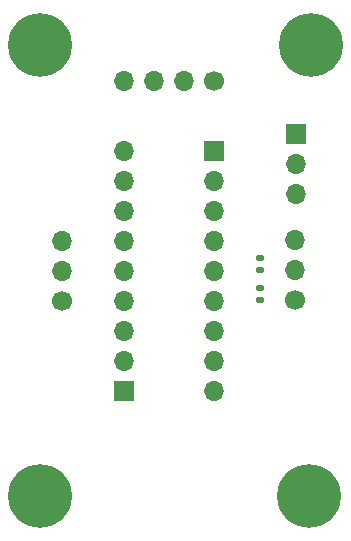
<source format=gbr>
%TF.GenerationSoftware,KiCad,Pcbnew,6.0.11-2627ca5db0~126~ubuntu22.04.1*%
%TF.CreationDate,2024-01-28T01:11:03-06:00*%
%TF.ProjectId,mp_highdriver_carrier,6d705f68-6967-4686-9472-697665725f63,rev?*%
%TF.SameCoordinates,Original*%
%TF.FileFunction,Soldermask,Top*%
%TF.FilePolarity,Negative*%
%FSLAX46Y46*%
G04 Gerber Fmt 4.6, Leading zero omitted, Abs format (unit mm)*
G04 Created by KiCad (PCBNEW 6.0.11-2627ca5db0~126~ubuntu22.04.1) date 2024-01-28 01:11:03*
%MOMM*%
%LPD*%
G01*
G04 APERTURE LIST*
G04 Aperture macros list*
%AMRoundRect*
0 Rectangle with rounded corners*
0 $1 Rounding radius*
0 $2 $3 $4 $5 $6 $7 $8 $9 X,Y pos of 4 corners*
0 Add a 4 corners polygon primitive as box body*
4,1,4,$2,$3,$4,$5,$6,$7,$8,$9,$2,$3,0*
0 Add four circle primitives for the rounded corners*
1,1,$1+$1,$2,$3*
1,1,$1+$1,$4,$5*
1,1,$1+$1,$6,$7*
1,1,$1+$1,$8,$9*
0 Add four rect primitives between the rounded corners*
20,1,$1+$1,$2,$3,$4,$5,0*
20,1,$1+$1,$4,$5,$6,$7,0*
20,1,$1+$1,$6,$7,$8,$9,0*
20,1,$1+$1,$8,$9,$2,$3,0*%
G04 Aperture macros list end*
%ADD10RoundRect,0.135000X0.185000X-0.135000X0.185000X0.135000X-0.185000X0.135000X-0.185000X-0.135000X0*%
%ADD11C,5.400000*%
%ADD12C,1.700000*%
%ADD13O,1.700000X1.700000*%
%ADD14R,1.700000X1.700000*%
G04 APERTURE END LIST*
D10*
%TO.C,R1*%
X154620000Y-109140000D03*
X154620000Y-108120000D03*
%TD*%
D11*
%TO.C,H4*%
X136050000Y-90100000D03*
%TD*%
D12*
%TO.C,J5*%
X157650000Y-111690000D03*
D13*
X157650000Y-109150000D03*
X157650000Y-106610000D03*
%TD*%
D12*
%TO.C,J3*%
X150740000Y-93120000D03*
D13*
X148200000Y-93120000D03*
X145660000Y-93120000D03*
X143120000Y-93120000D03*
%TD*%
D11*
%TO.C,H2*%
X158800000Y-128300000D03*
%TD*%
D12*
%TO.C,JP1*%
X137860000Y-111745000D03*
D13*
X137860000Y-109205000D03*
X137860000Y-106665000D03*
%TD*%
D11*
%TO.C,H3*%
X136050000Y-128300000D03*
%TD*%
D10*
%TO.C,R2*%
X154630000Y-111710000D03*
X154630000Y-110690000D03*
%TD*%
D14*
%TO.C,J4*%
X150770000Y-99050000D03*
D13*
X150770000Y-101590000D03*
X150770000Y-104130000D03*
X150770000Y-106670000D03*
X150770000Y-109210000D03*
X150770000Y-111750000D03*
X150770000Y-114290000D03*
X150770000Y-116830000D03*
X150770000Y-119370000D03*
%TD*%
D11*
%TO.C,H1*%
X158950000Y-90100000D03*
%TD*%
D14*
%TO.C,J1*%
X143150000Y-119370000D03*
D13*
X143150000Y-116830000D03*
X143150000Y-114290000D03*
X143150000Y-111750000D03*
X143150000Y-109210000D03*
X143150000Y-106670000D03*
X143150000Y-104130000D03*
X143150000Y-101590000D03*
X143150000Y-99050000D03*
%TD*%
D14*
%TO.C,JP2*%
X157670000Y-97650000D03*
D13*
X157670000Y-100190000D03*
X157670000Y-102730000D03*
%TD*%
M02*

</source>
